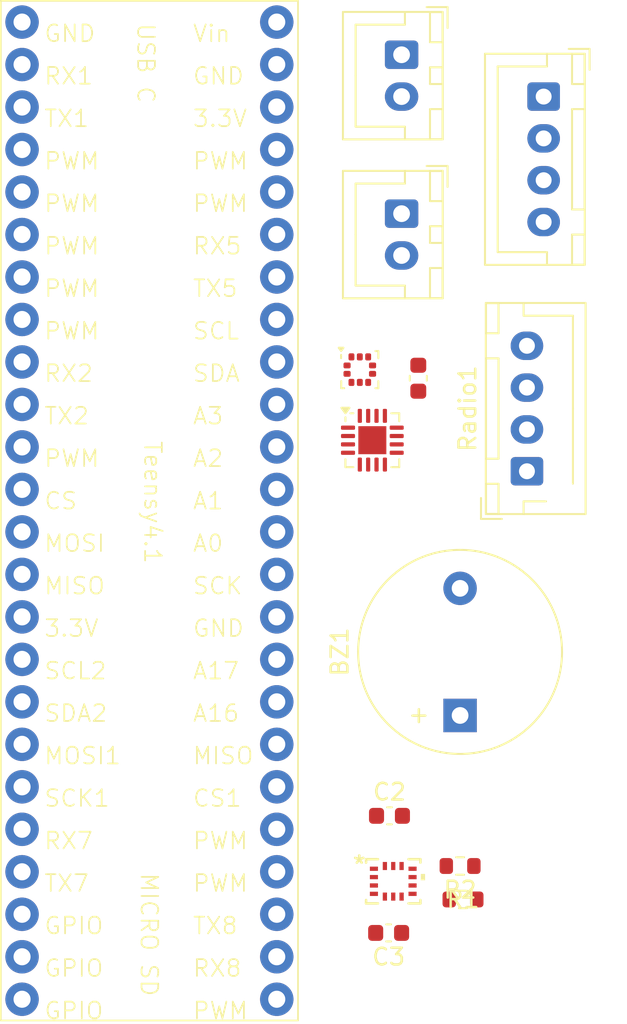
<source format=kicad_pcb>
(kicad_pcb (version 20241229) (generator "pcbnew") (generator_version "9.0")
  (layers (0 "F.Cu" signal) (2 "B.Cu" signal) (13 "F.Paste" user) (15 "B.Paste" user) (5 "F.SilkS" user "F.Silkscreen") (7 "B.SilkS" user "B.Silkscreen") (1 "F.Mask" user) (3 "B.Mask" user) (25 "Edge.Cuts" user))
  (net 0 "")
  (net 1 "GND")
  (net 2 "Net-(BZ1-+)")
  (net 3 "+3.3V")
  (net 4 "Net-(J1-Pin_2)")
  (net 5 "+5V")
  (net 6 "/TX")
  (net 7 "/RX")
  (net 26 "/A1")
  (net 30 "/A0")
  (footprint "Connector_JST:JST_XH_B4B-XH-AM_1x04_P2.50mm_Vertical" (layer "F.Cu") (at 121.5 87.4 90)
    (property "Reference" "Radio1" (at 3.75 -3.55 90) (layer "F.SilkS"))
    (property "Value" "Conn_01x04")
    (fp_line (start -1.6 -2.75) (end -2.85 -2.75) (stroke (width 0.12)) (layer "F.SilkS"))
    (fp_line (start -2.85 -2.75) (end -2.85 -1.5) (stroke (width 0.12)) (layer "F.SilkS"))
    (fp_line (start 10.06 -2.46) (end -2.56 -2.46) (stroke (width 0.12)) (layer "F.SilkS"))
    (fp_line (start -2.56 -2.46) (end -2.56 3.51) (stroke (width 0.12)) (layer "F.SilkS"))
    (fp_line (start 10.05 -2.45) (end 8.25 -2.45) (stroke (width 0.12)) (layer "F.SilkS"))
    (fp_line (start 8.25 -2.45) (end 8.25 -1.7) (stroke (width 0.12)) (layer "F.SilkS"))
    (fp_line (start 6.75 -2.45) (end 0.75 -2.45) (stroke (width 0.12)) (layer "F.SilkS"))
    (fp_line (start 0.75 -2.45) (end 0.75 -1.7) (stroke (width 0.12)) (layer "F.SilkS"))
    (fp_line (start -0.75 -2.45) (end -2.55 -2.45) (stroke (width 0.12)) (layer "F.SilkS"))
    (fp_line (start -2.55 -2.45) (end -2.55 -1.7) (stroke (width 0.12)) (layer "F.SilkS"))
    (fp_line (start 10.05 -1.7) (end 10.05 -2.45) (stroke (width 0.12)) (layer "F.SilkS"))
    (fp_line (start 8.25 -1.7) (end 10.05 -1.7) (stroke (width 0.12)) (layer "F.SilkS"))
    (fp_line (start 6.75 -1.7) (end 6.75 -2.45) (stroke (width 0.12)) (layer "F.SilkS"))
    (fp_line (start 0.75 -1.7) (end 6.75 -1.7) (stroke (width 0.12)) (layer "F.SilkS"))
    (fp_line (start -0.75 -1.7) (end -0.75 -2.45) (stroke (width 0.12)) (layer "F.SilkS"))
    (fp_line (start -2.55 -1.7) (end -0.75 -1.7) (stroke (width 0.12)) (layer "F.SilkS"))
    (fp_line (start 10.05 -0.2) (end 9.3 -0.2) (stroke (width 0.12)) (layer "F.SilkS"))
    (fp_line (start 9.3 -0.2) (end 9.3 2.75) (stroke (width 0.12)) (layer "F.SilkS"))
    (fp_line (start -1.8 -0.2) (end -1.8 1.14) (stroke (width 0.12)) (layer "F.SilkS"))
    (fp_line (start -2.55 -0.2) (end -1.8 -0.2) (stroke (width 0.12)) (layer "F.SilkS"))
    (fp_line (start 9.3 2.75) (end 3.75 2.75) (stroke (width 0.12)) (layer "F.SilkS"))
    (fp_line (start 3.75 2.75) (end -0.74 2.75) (stroke (width 0.12)) (layer "F.SilkS"))
    (fp_line (start 10.06 3.51) (end 10.06 -2.46) (stroke (width 0.12)) (layer "F.SilkS"))
    (fp_line (start -2.56 3.51) (end 10.06 3.51) (stroke (width 0.12)) (layer "F.SilkS"))
    (pad "" np_thru_hole circle (at -1.6 2 90) (size 1.2 1.2) (drill 1.2) (layers "*.Cu" "*.Mask"))
    (pad "1" thru_hole roundrect (at 0 0 90) (size 1.7 1.95) (drill 0.95) (layers "*.Cu" "*.Mask") (roundrect_rratio 0.147059) (net 3 "+3.3V"))
    (pad "2" thru_hole oval (at 2.5 0 90) (size 1.7 1.95) (drill 0.95) (layers "*.Cu" "*.Mask") (net 7 "/RX"))
    (pad "3" thru_hole oval (at 5 0 90) (size 1.7 1.95) (drill 0.95) (layers "*.Cu" "*.Mask") (net 6 "/TX"))
    (pad "4" thru_hole oval (at 7.5 0 90) (size 1.7 1.95) (drill 0.95) (layers "*.Cu" "*.Mask") (net 1 "GND"))
  )
  (footprint "Capacitor_SMD:C_0603_1608Metric" (layer "F.Cu") (at 113.225 115 180)
    (property "Reference" "C3" (at 0 -1.43 0) (layer "F.SilkS"))
    (property "Value" "100 nF")
    (fp_line (start -0.14058 0.51) (end 0.14058 0.51) (stroke (width 0.12)) (layer "F.SilkS"))
    (fp_line (start -0.14058 -0.51) (end 0.14058 -0.51) (stroke (width 0.12)) (layer "F.SilkS"))
    (pad "1" smd roundrect (at -0.775 0 180) (size 0.9 0.95) (layers "F.Cu" "F.Mask" "F.Paste") (net 1 "GND"))
    (pad "2" smd roundrect (at 0.775 0 180) (size 0.9 0.95) (layers "F.Cu" "F.Mask" "F.Paste") (net 3 "+3.3V"))
  )
  (footprint "Capacitor_SMD:C_0603_1608Metric" (layer "F.Cu") (at 115 81.8375 90)
    (property "Reference" "C1" (hide yes))
    (property "Value" "100 nF" (hide yes))
    (fp_line (start -0.14058 -0.51) (end 0.14058 -0.51) (stroke (width 0.12)) (layer "F.SilkS"))
    (fp_line (start -0.14058 0.51) (end 0.14058 0.51) (stroke (width 0.12)) (layer "F.SilkS"))
    (pad "1" smd roundrect (at -0.775 0 90) (size 0.9 0.95) (layers "F.Cu" "F.Mask" "F.Paste") (net 1 "GND"))
    (pad "2" smd roundrect (at 0.775 0 90) (size 0.9 0.95) (layers "F.Cu" "F.Mask" "F.Paste") (net 3 "+3.3V"))
  )
  (footprint "Resistor_SMD:R_0603_1608Metric" (layer "F.Cu") (at 117.5 111 180)
    (property "Reference" "R2" (at 0 -1.43 0) (layer "F.SilkS"))
    (property "Value" "100kOhms")
    (fp_line (start -0.237258 0.5225) (end 0.237258 0.5225) (stroke (width 0.12)) (layer "F.SilkS"))
    (fp_line (start -0.237258 -0.5225) (end 0.237258 -0.5225) (stroke (width 0.12)) (layer "F.SilkS"))
    (pad "1" smd roundrect (at -0.825 0 180) (size 0.8 0.95) (layers "F.Cu" "F.Mask" "F.Paste") (net 3 "+3.3V"))
    (pad "2" smd roundrect (at 0.825 0 180) (size 0.8 0.95) (layers "F.Cu" "F.Mask" "F.Paste") (net 1 "GND"))
  )
  (footprint "Capacitor_SMD:C_0603_1608Metric" (layer "F.Cu") (at 113.275 108)
    (property "Reference" "C2" (at 0 -1.43 0) (layer "F.SilkS"))
    (property "Value" "100 nF")
    (fp_line (start -0.14058 -0.51) (end 0.14058 -0.51) (stroke (width 0.12)) (layer "F.SilkS"))
    (fp_line (start -0.14058 0.51) (end 0.14058 0.51) (stroke (width 0.12)) (layer "F.SilkS"))
    (pad "1" smd roundrect (at -0.775 0) (size 0.9 0.95) (layers "F.Cu" "F.Mask" "F.Paste") (net 1 "GND"))
    (pad "2" smd roundrect (at 0.775 0) (size 0.9 0.95) (layers "F.Cu" "F.Mask" "F.Paste") (net 3 "+3.3V"))
  )
  (footprint "Connector_JST:JST_XH_B4B-XH-A_1x04_P2.50mm_Vertical" (layer "F.Cu") (at 122.5 65 -90)
    (property "Reference" "GPS1" (hide yes))
    (property "Value" "Conn_01x04" (hide yes))
    (fp_line (start -2.56 3.51) (end 10.06 3.51) (stroke (width 0.12)) (layer "F.SilkS"))
    (fp_line (start 10.06 3.51) (end 10.06 -2.46) (stroke (width 0.12)) (layer "F.SilkS"))
    (fp_line (start -1.8 2.75) (end 3.75 2.75) (stroke (width 0.12)) (layer "F.SilkS"))
    (fp_line (start 9.3 2.75) (end 3.75 2.75) (stroke (width 0.12)) (layer "F.SilkS"))
    (fp_line (start -2.55 -0.2) (end -1.8 -0.2) (stroke (width 0.12)) (layer "F.SilkS"))
    (fp_line (start -1.8 -0.2) (end -1.8 2.75) (stroke (width 0.12)) (layer "F.SilkS"))
    (fp_line (start 9.3 -0.2) (end 9.3 2.75) (stroke (width 0.12)) (layer "F.SilkS"))
    (fp_line (start 10.05 -0.2) (end 9.3 -0.2) (stroke (width 0.12)) (layer "F.SilkS"))
    (fp_line (start -2.55 -1.7) (end -0.75 -1.7) (stroke (width 0.12)) (layer "F.SilkS"))
    (fp_line (start -0.75 -1.7) (end -0.75 -2.45) (stroke (width 0.12)) (layer "F.SilkS"))
    (fp_line (start 0.75 -1.7) (end 6.75 -1.7) (stroke (width 0.12)) (layer "F.SilkS"))
    (fp_line (start 6.75 -1.7) (end 6.75 -2.45) (stroke (width 0.12)) (layer "F.SilkS"))
    (fp_line (start 8.25 -1.7) (end 10.05 -1.7) (stroke (width 0.12)) (layer "F.SilkS"))
    (fp_line (start 10.05 -1.7) (end 10.05 -2.45) (stroke (width 0.12)) (layer "F.SilkS"))
    (fp_line (start -2.55 -2.45) (end -2.55 -1.7) (stroke (width 0.12)) (layer "F.SilkS"))
    (fp_line (start -0.75 -2.45) (end -2.55 -2.45) (stroke (width 0.12)) (layer "F.SilkS"))
    (fp_line (start 0.75 -2.45) (end 0.75 -1.7) (stroke (width 0.12)) (layer "F.SilkS"))
    (fp_line (start 6.75 -2.45) (end 0.75 -2.45) (stroke (width 0.12)) (layer "F.SilkS"))
    (fp_line (start 8.25 -2.45) (end 8.25 -1.7) (stroke (width 0.12)) (layer "F.SilkS"))
    (fp_line (start 10.05 -2.45) (end 8.25 -2.45) (stroke (width 0.12)) (layer "F.SilkS"))
    (fp_line (start -2.56 -2.46) (end -2.56 3.51) (stroke (width 0.12)) (layer "F.SilkS"))
    (fp_line (start 10.06 -2.46) (end -2.56 -2.46) (stroke (width 0.12)) (layer "F.SilkS"))
    (fp_line (start -2.85 -2.75) (end -2.85 -1.5) (stroke (width 0.12)) (layer "F.SilkS"))
    (fp_line (start -1.6 -2.75) (end -2.85 -2.75) (stroke (width 0.12)) (layer "F.SilkS"))
    (pad "1" thru_hole roundrect (at 0 0 270) (size 1.7 1.95) (drill 0.95) (layers "*.Cu" "*.Mask") (roundrect_rratio 0.147059) (net 3 "+3.3V"))
    (pad "2" thru_hole oval (at 2.5 0 270) (size 1.7 1.95) (drill 0.95) (layers "*.Cu" "*.Mask") (net 1 "GND"))
    (pad "3" thru_hole oval (at 5 0 270) (size 1.7 1.95) (drill 0.95) (layers "*.Cu" "*.Mask") (net 1 "GND"))
    (pad "4" thru_hole oval (at 7.5 0 270) (size 1.7 1.95) (drill 0.95) (layers "*.Cu" "*.Mask") (net 1 "GND"))
  )
  (footprint "Connector_JST:JST_XH_B2B-XH-A_1x02_P2.50mm_Vertical" (layer "F.Cu") (at 114 72 -90)
    (property "Reference" "J2" (hide yes))
    (property "Value" "batt")
    (fp_line (start -2.56 3.51) (end 5.06 3.51) (stroke (width 0.12)) (layer "F.SilkS"))
    (fp_line (start 5.06 3.51) (end 5.06 -2.46) (stroke (width 0.12)) (layer "F.SilkS"))
    (fp_line (start -1.8 2.75) (end 1.25 2.75) (stroke (width 0.12)) (layer "F.SilkS"))
    (fp_line (start 4.3 2.75) (end 1.25 2.75) (stroke (width 0.12)) (layer "F.SilkS"))
    (fp_line (start -2.55 -0.2) (end -1.8 -0.2) (stroke (width 0.12)) (layer "F.SilkS"))
    (fp_line (start -1.8 -0.2) (end -1.8 2.75) (stroke (width 0.12)) (layer "F.SilkS"))
    (fp_line (start 4.3 -0.2) (end 4.3 2.75) (stroke (width 0.12)) (layer "F.SilkS"))
    (fp_line (start 5.05 -0.2) (end 4.3 -0.2) (stroke (width 0.12)) (layer "F.SilkS"))
    (fp_line (start -2.55 -1.7) (end -0.75 -1.7) (stroke (width 0.12)) (layer "F.SilkS"))
    (fp_line (start -0.75 -1.7) (end -0.75 -2.45) (stroke (width 0.12)) (layer "F.SilkS"))
    (fp_line (start 0.75 -1.7) (end 1.75 -1.7) (stroke (width 0.12)) (layer "F.SilkS"))
    (fp_line (start 1.75 -1.7) (end 1.75 -2.45) (stroke (width 0.12)) (layer "F.SilkS"))
    (fp_line (start 3.25 -1.7) (end 5.05 -1.7) (stroke (width 0.12)) (layer "F.SilkS"))
    (fp_line (start 5.05 -1.7) (end 5.05 -2.45) (stroke (width 0.12)) (layer "F.SilkS"))
    (fp_line (start -2.55 -2.45) (end -2.55 -1.7) (stroke (width 0.12)) (layer "F.SilkS"))
    (fp_line (start -0.75 -2.45) (end -2.55 -2.45) (stroke (width 0.12)) (layer "F.SilkS"))
    (fp_line (start 0.75 -2.45) (end 0.75 -1.7) (stroke (width 0.12)) (layer "F.SilkS"))
    (fp_line (start 1.75 -2.45) (end 0.75 -2.45) (stroke (width 0.12)) (layer "F.SilkS"))
    (fp_line (start 3.25 -2.45) (end 3.25 -1.7) (stroke (width 0.12)) (layer "F.SilkS"))
    (fp_line (start 5.05 -2.45) (end 3.25 -2.45) (stroke (width 0.12)) (layer "F.SilkS"))
    (fp_line (start -2.56 -2.46) (end -2.56 3.51) (stroke (width 0.12)) (layer "F.SilkS"))
    (fp_line (start 5.06 -2.46) (end -2.56 -2.46) (stroke (width 0.12)) (layer "F.SilkS"))
    (fp_line (start -2.85 -2.75) (end -2.85 -1.5) (stroke (width 0.12)) (layer "F.SilkS"))
    (fp_line (start -1.6 -2.75) (end -2.85 -2.75) (stroke (width 0.12)) (layer "F.SilkS"))
    (pad "1" thru_hole roundrect (at 0 0 270) (size 1.7 2) (drill 1) (layers "*.Cu" "*.Mask") (roundrect_rratio 0.147059) (net 4 "Net-(J1-Pin_2)"))
    (pad "2" thru_hole oval (at 2.5 0 270) (size 1.7 2) (drill 1) (layers "*.Cu" "*.Mask") (net 1 "GND"))
  )
  (footprint "footprint:teensy" (layer "F.Cu") (at 98.9112 89.756)
    (property "Reference" "Teensy4.1" (at 0.2 -0.5 270) (layer "F.SilkS") (effects (font (thickness 0.1))))
    (property "Value" "~")
    (fp_line (start -8.89 -1.27) (end -8.89 -30.48) (stroke (width 0.1)) (layer "F.SilkS"))
    (fp_line (start -8.89 -1.27) (end -8.89 0) (stroke (width 0.1)) (layer "F.SilkS"))
    (fp_line (start -8.89 0) (end -8.89 30.48) (stroke (width 0.1)) (layer "F.SilkS"))
    (fp_line (start -8.89 30.48) (end 8.89 30.48) (stroke (width 0.1)) (layer "F.SilkS"))
    (fp_line (start 8.89 -30.48) (end -8.89 -30.48) (stroke (width 0.1)) (layer "F.SilkS"))
    (fp_line (start 8.89 -30.48) (end 8.89 -2.54) (stroke (width 0.1)) (layer "F.SilkS"))
    (fp_line (start 8.89 30.48) (end 8.89 -2.54) (stroke (width 0.1)) (layer "F.SilkS"))
    (fp_text user "MISO" (at -6.35 5.08 0) (layer "F.SilkS") (effects (font (thickness 0.1)) (justify left bottom)))
    (fp_text user "SCK" (at 2.54 5.08 0) (layer "F.SilkS") (effects (font (thickness 0.1)) (justify left bottom)))
    (fp_text user "A0" (at 2.54 2.54 0) (layer "F.SilkS") (effects (font (thickness 0.1)) (justify left bottom)))
    (fp_text user "A2" (at 2.54 -2.54 0) (layer "F.SilkS") (effects (font (thickness 0.1)) (justify left bottom)))
    (fp_text user "MOSI1" (at -6.35 15.24 0) (layer "F.SilkS") (effects (font (thickness 0.1)) (justify left bottom)))
    (fp_text user "Vin" (at 2.54 -27.94 0) (layer "F.SilkS") (effects (font (thickness 0.1)) (justify left bottom)))
    (fp_text user "A16" (at 2.54 12.7 0) (layer "F.SilkS") (effects (font (thickness 0.1)) (justify left bottom)))
    (fp_text user "3.3V" (at -6.35 7.62 0) (layer "F.SilkS") (effects (font (thickness 0.1)) (justify left bottom)))
    (fp_text user "TX2" (at -6.35 -5.08 0) (layer "F.SilkS") (effects (font (thickness 0.1)) (justify left bottom)))
    (fp_text user "TX8" (at 2.54 25.4 0) (layer "F.SilkS") (effects (font (thickness 0.1)) (justify left bottom)))
    (fp_text user "RX8" (at 2.54 27.94 0) (layer "F.SilkS") (effects (font (thickness 0.1)) (justify left bottom)))
    (fp_text user "PWM" (at -6.35 -17.78 0) (layer "F.SilkS") (effects (font (thickness 0.1)) (justify left bottom)))
    (fp_text user "PWM" (at -6.35 -15.24 0) (layer "F.SilkS") (effects (font (thickness 0.1)) (justify left bottom)))
    (fp_text user "SCL" (at 2.54 -10.16 0) (layer "F.SilkS") (effects (font (thickness 0.1)) (justify left bottom)))
    (fp_text user "MOSI" (at -6.35 2.54 0) (layer "F.SilkS") (effects (font (thickness 0.1)) (justify left bottom)))
    (fp_text user "A1" (at 2.54 0 0) (layer "F.SilkS") (effects (font (thickness 0.1)) (justify left bottom)))
    (fp_text user "SDA" (at 2.54 -7.62 0) (layer "F.SilkS") (effects (font (thickness 0.1)) (justify left bottom)))
    (fp_text user "USB C" (at -0.8 -29.2 270) (layer "F.SilkS") (effects (font (thickness 0.1)) (justify left bottom)))
    (fp_text user "GND" (at 2.54 -25.4 0) (layer "F.SilkS") (effects (font (thickness 0.1)) (justify left bottom)))
    (fp_text user "RX2" (at -6.35 -7.62 0) (layer "F.SilkS") (effects (font (thickness 0.1)) (justify left bottom)))
    (fp_text user "A3" (at 2.54 -5.08 0) (layer "F.SilkS") (effects (font (thickness 0.1)) (justify left bottom)))
    (fp_text user "GPIO" (at -6.35 27.94 0) (layer "F.SilkS") (effects (font (thickness 0.1)) (justify left bottom)))
    (fp_text user "TX5" (at 2.54 -12.7 0) (layer "F.SilkS") (effects (font (thickness 0.1)) (justify left bottom)))
    (fp_text user "GPIO" (at -6.35 30.48 0) (layer "F.SilkS") (effects (font (thickness 0.1)) (justify left bottom)))
    (fp_text user "PWM" (at 2.54 -17.78 0) (layer "F.SilkS") (effects (font (thickness 0.1)) (justify left bottom)))
    (fp_text user "PWM" (at 2.54 20.32 0) (layer "F.SilkS") (effects (font (thickness 0.1)) (justify left bottom)))
    (fp_text user "PWM" (at -6.35 -2.54 0) (layer "F.SilkS") (effects (font (thickness 0.1)) (justify left bottom)))
    (fp_text user "A17" (at 2.54 10.16 0) (layer "F.SilkS") (effects (font (thickness 0.1)) (justify left bottom)))
    (fp_text user "3.3V" (at 2.54 -22.86 0) (layer "F.SilkS") (effects (font (thickness 0.1)) (justify left bottom)))
    (fp_text user "PWM" (at -6.35 -10.16 0) (layer "F.SilkS") (effects (font (thickness 0.1)) (justify left bottom)))
    (fp_text user "GND" (at 2.54 7.62 0) (layer "F.SilkS") (effects (font (thickness 0.1)) (justify left bottom)))
    (fp_text user "PWM" (at 2.54 22.86 0) (layer "F.SilkS") (effects (font (thickness 0.1)) (justify left bottom)))
    (fp_text user "RX1" (at -6.35 -25.4 0) (layer "F.SilkS") (effects (font (thickness 0.1)) (justify left bottom)))
    (fp_text user "PWM" (at 2.54 30.48 0) (layer "F.SilkS") (effects (font (thickness 0.1)) (justify left bottom)))
    (fp_text user "PWM" (at -6.35 -20.32 0) (layer "F.SilkS") (effects (font (thickness 0.1)) (justify left bottom)))
    (fp_text user "PWM" (at 2.54 -20.32 0) (layer "F.SilkS") (effects (font (thickness 0.1)) (justify left bottom)))
    (fp_text user "RX7" (at -6.35 20.32 0) (layer "F.SilkS") (effects (font (thickness 0.1)) (justify left bottom)))
    (fp_text user "SCL2" (at -6.35 10.16 0) (layer "F.SilkS") (effects (font (thickness 0.1)) (justify left bottom)))
    (fp_text user "CS1" (at 2.54 17.78 0) (layer "F.SilkS") (effects (font (thickness 0.1)) (justify left bottom)))
    (fp_text user "PWM" (at -6.35 -12.7 0) (layer "F.SilkS") (effects (font (thickness 0.1)) (justify left bottom)))
    (fp_text user "GND" (at -6.35 -27.94 0) (layer "F.SilkS") (effects (font (thickness 0.1)) (justify left bottom)))
    (fp_text user "CS" (at -6.35 0 0) (layer "F.SilkS") (effects (font (thickness 0.1)) (justify left bottom)))
    (fp_text user "MICRO SD" (at -0.6 21.59 270) (layer "F.SilkS") (effects (font (thickness 0.1)) (justify left bottom)))
    (fp_text user "GPIO" (at -6.35 25.4 0) (layer "F.SilkS") (effects (font (thickness 0.1)) (justify left bottom)))
    (fp_text user "SDA2" (at -6.35 12.7 0) (layer "F.SilkS") (effects (font (thickness 0.1)) (justify left bottom)))
    (fp_text user "SCK1" (at -6.35 17.78 0) (layer "F.SilkS") (effects (font (thickness 0.1)) (justify left bottom)))
    (fp_text user "TX1" (at -6.35 -22.86 0) (layer "F.SilkS") (effects (font (thickness 0.1)) (justify left bottom)))
    (fp_text user "RX5" (at 2.54 -15.24 0) (layer "F.SilkS") (effects (font (thickness 0.1)) (justify left bottom)))
    (fp_text user "TX7" (at -6.35 22.86 0) (layer "F.SilkS") (effects (font (thickness 0.1)) (justify left bottom)))
    (fp_text user "MISO" (at 2.54 15.24 0) (layer "F.SilkS") (effects (font (thickness 0.1)) (justify left bottom)))
    (pad "0" thru_hole circle (at -7.62 -26.67) (size 2 2) (drill 1.02) (layers "*.Cu" "*.Mask") (net 7 "/RX"))
    (pad "1" thru_hole circle (at -7.62 -24.13) (size 2 2) (drill 1.02) (layers "*.Cu" "*.Mask") (net 6 "/TX"))
    (pad "2" thru_hole circle (at -7.62 -21.59) (size 2 2) (drill 1.02) (layers "*.Cu" "*.Mask"))
    (pad "3" thru_hole circle (at -7.62 -19.05) (size 2 2) (drill 1.02) (layers "*.Cu" "*.Mask"))
    (pad "3V" thru_hole circle (at -7.62 6.35) (size 2 2) (drill 1.02) (layers "*.Cu" "*.Mask") (net 3 "+3.3V"))
    (pad "3V1" thru_hole circle (at 7.62 -24.13) (size 2 2) (drill 1.02) (layers "*.Cu" "*.Mask") (net 3 "+3.3V"))
    (pad "4" thru_hole circle (at -7.62 -16.51) (size 2 2) (drill 1.02) (layers "*.Cu" "*.Mask"))
    (pad "5" thru_hole circle (at -7.62 -13.97) (size 2 2) (drill 1.02) (layers "*.Cu" "*.Mask"))
    (pad "5V" thru_hole circle (at 7.62 -29.21) (size 2 2) (drill 1.02) (layers "*.Cu" "*.Mask") (net 5 "+5V"))
    (pad "6" thru_hole circle (at -7.62 -11.43) (size 2 2) (drill 1.02) (layers "*.Cu" "*.Mask"))
    (pad "7" thru_hole circle (at -7.62 -8.89) (size 2 2) (drill 1.02) (layers "*.Cu" "*.Mask"))
    (pad "8" thru_hole circle (at -7.62 -6.35) (size 2 2) (drill 1.02) (layers "*.Cu" "*.Mask"))
    (pad "9" thru_hole circle (at -7.62 -3.81) (size 2 2) (drill 1.02) (layers "*.Cu" "*.Mask"))
    (pad "10" thru_hole circle (at -7.62 -1.27) (size 2 2) (drill 1.02) (layers "*.Cu" "*.Mask") (net 1 "GND"))
    (pad "11" thru_hole circle (at -7.62 1.27) (size 2 2) (drill 1.02) (layers "*.Cu" "*.Mask"))
    (pad "12" thru_hole circle (at -7.62 3.81) (size 2 2) (drill 1.02) (layers "*.Cu" "*.Mask"))
    (pad "13" thru_hole circle (at 7.62 3.81) (size 2 2) (drill 1.02) (layers "*.Cu" "*.Mask"))
    (pad "14" thru_hole circle (at 7.62 1.27) (size 2 2) (drill 1.02) (layers "*.Cu" "*.Mask") (net 30 "/A0"))
    (pad "15" thru_hole circle (at 7.62 -1.27) (size 2 2) (drill 1.02) (layers "*.Cu" "*.Mask") (net 26 "/A1"))
    (pad "16" thru_hole circle (at 7.62 -3.81) (size 2 2) (drill 1.02) (layers "*.Cu" "*.Mask"))
    (pad "17" thru_hole circle (at 7.62 -6.35) (size 2 2) (drill 1.02) (layers "*.Cu" "*.Mask"))
    (pad "18" thru_hole circle (at 7.62 -8.89) (size 2 2) (drill 1.02) (layers "*.Cu" "*.Mask") (net 1 "GND"))
    (pad "19" thru_hole circle (at 7.62 -11.43) (size 2 2) (drill 1.02) (layers "*.Cu" "*.Mask") (net 1 "GND"))
    (pad "20" thru_hole circle (at 7.62 -13.97) (size 2 2) (drill 1.02) (layers "*.Cu" "*.Mask"))
    (pad "21" thru_hole circle (at 7.62 -16.51) (size 2 2) (drill 1.02) (layers "*.Cu" "*.Mask"))
    (pad "22" thru_hole circle (at 7.62 -19.05) (size 2 2) (drill 1.02) (layers "*.Cu" "*.Mask"))
    (pad "23" thru_hole circle (at 7.62 -21.59) (size 2 2) (drill 1.02) (layers "*.Cu" "*.Mask"))
    (pad "24" thru_hole circle (at -7.62 8.89) (size 2 2) (drill 1.02) (layers "*.Cu" "*.Mask"))
    (pad "25" thru_hole circle (at -7.62 11.43) (size 2 2) (drill 1.02) (layers "*.Cu" "*.Mask"))
    (pad "26" thru_hole circle (at -7.62 13.97) (size 2 2) (drill 1.02) (layers "*.Cu" "*.Mask"))
    (pad "27" thru_hole circle (at -7.62 16.51) (size 2 2) (drill 1.02) (layers "*.Cu" "*.Mask"))
    (pad "28" thru_hole circle (at -7.62 19.05) (size 2 2) (drill 1.02) (layers "*.Cu" "*.Mask"))
    (pad "29" thru_hole circle (at -7.62 21.59) (size 2 2) (drill 1.02) (layers "*.Cu" "*.Mask"))
    (pad "30" thru_hole circle (at -7.62 24.13) (size 2 2) (drill 1.02) (layers "*.Cu" "*.Mask") (net 2 "Net-(BZ1-+)"))
    (pad "31" thru_hole circle (at -7.62 26.67) (size 2 2) (drill 1.02) (layers "*.Cu" "*.Mask"))
    (pad "32" thru_hole circle (at -7.62 29.21) (size 2 2) (drill 1.02) (layers "*.Cu" "*.Mask"))
    (pad "33" thru_hole circle (at 7.62 29.21) (size 2 2) (drill 1.02) (layers "*.Cu" "*.Mask"))
    (pad "34" thru_hole circle (at 7.62 26.67) (size 2 2) (drill 1.02) (layers "*.Cu" "*.Mask"))
    (pad "35" thru_hole circle (at 7.62 24.13) (size 2 2) (drill 1.02) (layers "*.Cu" "*.Mask"))
    (pad "36" thru_hole circle (at 7.62 21.59) (size 2 2) (drill 1.02) (layers "*.Cu" "*.Mask"))
    (pad "37" thru_hole circle (at 7.62 19.05) (size 2 2) (drill 1.02) (layers "*.Cu" "*.Mask"))
    (pad "38" thru_hole circle (at 7.62 16.51) (size 2 2) (drill 1.02) (layers "*.Cu" "*.Mask"))
    (pad "39" thru_hole circle (at 7.62 13.97) (size 2 2) (drill 1.02) (layers "*.Cu" "*.Mask"))
    (pad "40" thru_hole circle (at 7.62 11.43) (size 2 2) (drill 1.02) (layers "*.Cu" "*.Mask"))
    (pad "41" thru_hole circle (at 7.62 8.89) (size 2 2) (drill 1.02) (layers "*.Cu" "*.Mask"))
    (pad "G" thru_hole circle (at -7.62 -29.21) (size 2 2) (drill 1.02) (layers "*.Cu" "*.Mask") (net 1 "GND"))
    (pad "G1" thru_hole circle (at 7.62 -26.67) (size 2 2) (drill 1.02) (layers "*.Cu" "*.Mask") (net 1 "GND"))
    (pad "G2" thru_hole circle (at 7.62 6.35) (size 2 2) (drill 1.02) (layers "*.Cu" "*.Mask") (net 1 "GND"))
  )
  (footprint "Package_LGA:ST_HLGA-10_2x2mm_P0.5mm_LayoutBorder3x2y" (layer "F.Cu") (at 111.5 81.325)
    (property "Reference" "U1(Barometer)1" (hide yes))
    (property "Value" "LPS22HH" (hide yes))
    (fp_line (start -1.12 -0.685) (end -1.12 -0.88) (stroke (width 0.12)) (layer "F.SilkS"))
    (fp_line (start -1.11 1.11) (end -1.11 0.685) (stroke (width 0.12)) (layer "F.SilkS"))
    (fp_line (start -0.935 1.11) (end -1.11 1.11) (stroke (width 0.12)) (layer "F.SilkS"))
    (fp_line (start 0.935 -1.11) (end 1.11 -1.11) (stroke (width 0.12)) (layer "F.SilkS"))
    (fp_line (start 0.935 1.11) (end 1.11 1.11) (stroke (width 0.12)) (layer "F.SilkS"))
    (fp_line (start 1.11 -1.11) (end 1.11 -0.685) (stroke (width 0.12)) (layer "F.SilkS"))
    (fp_line (start 1.11 1.11) (end 1.11 0.685) (stroke (width 0.12)) (layer "F.SilkS"))
    (fp_poly (pts (xy -1.12 -1.12) (xy -1.26 -1.31) (xy -0.98 -1.31)) (stroke (width 0.12)) (fill yes) (layer "F.SilkS"))
    (pad "1" smd roundrect (at -0.7625 -0.25) (size 0.425 0.35) (layers "F.Cu" "F.Mask" "F.Paste") (net 3 "+3.3V"))
    (pad "2" smd roundrect (at -0.7625 0.25) (size 0.425 0.35) (layers "F.Cu" "F.Mask" "F.Paste") (net 1 "GND"))
    (pad "3" smd roundrect (at -0.5 0.7625) (size 0.35 0.425) (layers "F.Cu" "F.Mask" "F.Paste") (net 1 "GND"))
    (pad "4" smd roundrect (at 0 0.7625) (size 0.35 0.425) (layers "F.Cu" "F.Mask" "F.Paste") (net 1 "GND"))
    (pad "5" smd roundrect (at 0.5 0.7625) (size 0.35 0.425) (layers "F.Cu" "F.Mask" "F.Paste") (net 30 "/A0"))
    (pad "6" smd roundrect (at 0.7625 0.25) (size 0.425 0.35) (layers "F.Cu" "F.Mask" "F.Paste") (net 1 "GND"))
    (pad "7" smd roundrect (at 0.7625 -0.25) (size 0.425 0.35) (layers "F.Cu" "F.Mask" "F.Paste"))
    (pad "8" smd roundrect (at 0.5 -0.7625) (size 0.35 0.425) (layers "F.Cu" "F.Mask" "F.Paste") (net 1 "GND"))
    (pad "9" smd roundrect (at 0 -0.7625) (size 0.35 0.425) (layers "F.Cu" "F.Mask" "F.Paste") (net 1 "GND"))
    (pad "10" smd roundrect (at -0.5 -0.7625) (size 0.35 0.425) (layers "F.Cu" "F.Mask" "F.Paste") (net 3 "+3.3V"))
  )
  (footprint "Connector_JST:JST_XH_B2B-XH-A_1x02_P2.50mm_Vertical" (layer "F.Cu") (at 114 62.5 -90)
    (property "Reference" "J1" (hide yes))
    (property "Value" "switch")
    (fp_line (start -2.56 3.51) (end 5.06 3.51) (stroke (width 0.12)) (layer "F.SilkS"))
    (fp_line (start 5.06 3.51) (end 5.06 -2.46) (stroke (width 0.12)) (layer "F.SilkS"))
    (fp_line (start -1.8 2.75) (end 1.25 2.75) (stroke (width 0.12)) (layer "F.SilkS"))
    (fp_line (start 4.3 2.75) (end 1.25 2.75) (stroke (width 0.12)) (layer "F.SilkS"))
    (fp_line (start -2.55 -0.2) (end -1.8 -0.2) (stroke (width 0.12)) (layer "F.SilkS"))
    (fp_line (start -1.8 -0.2) (end -1.8 2.75) (stroke (width 0.12)) (layer "F.SilkS"))
    (fp_line (start 4.3 -0.2) (end 4.3 2.75) (stroke (width 0.12)) (layer "F.SilkS"))
    (fp_line (start 5.05 -0.2) (end 4.3 -0.2) (stroke (width 0.12)) (layer "F.SilkS"))
    (fp_line (start -2.55 -1.7) (end -0.75 -1.7) (stroke (width 0.12)) (layer "F.SilkS"))
    (fp_line (start -0.75 -1.7) (end -0.75 -2.45) (stroke (width 0.12)) (layer "F.SilkS"))
    (fp_line (start 0.75 -1.7) (end 1.75 -1.7) (stroke (width 0.12)) (layer "F.SilkS"))
    (fp_line (start 1.75 -1.7) (end 1.75 -2.45) (stroke (width 0.12)) (layer "F.SilkS"))
    (fp_line (start 3.25 -1.7) (end 5.05 -1.7) (stroke (width 0.12)) (layer "F.SilkS"))
    (fp_line (start 5.05 -1.7) (end 5.05 -2.45) (stroke (width 0.12)) (layer "F.SilkS"))
    (fp_line (start -2.55 -2.45) (end -2.55 -1.7) (stroke (width 0.12)) (layer "F.SilkS"))
    (fp_line (start -0.75 -2.45) (end -2.55 -2.45) (stroke (width 0.12)) (layer "F.SilkS"))
    (fp_line (start 0.75 -2.45) (end 0.75 -1.7) (stroke (width 0.12)) (layer "F.SilkS"))
    (fp_line (start 1.75 -2.45) (end 0.75 -2.45) (stroke (width 0.12)) (layer "F.SilkS"))
    (fp_line (start 3.25 -2.45) (end 3.25 -1.7) (stroke (width 0.12)) (layer "F.SilkS"))
    (fp_line (start 5.05 -2.45) (end 3.25 -2.45) (stroke (width 0.12)) (layer "F.SilkS"))
    (fp_line (start -2.56 -2.46) (end -2.56 3.51) (stroke (width 0.12)) (layer "F.SilkS"))
    (fp_line (start 5.06 -2.46) (end -2.56 -2.46) (stroke (width 0.12)) (layer "F.SilkS"))
    (fp_line (start -2.85 -2.75) (end -2.85 -1.5) (stroke (width 0.12)) (layer "F.SilkS"))
    (fp_line (start -1.6 -2.75) (end -2.85 -2.75) (stroke (width 0.12)) (layer "F.SilkS"))
    (pad "1" thru_hole roundrect (at 0 0 270) (size 1.7 2) (drill 1) (layers "*.Cu" "*.Mask") (roundrect_rratio 0.147059) (net 5 "+5V"))
    (pad "2" thru_hole oval (at 2.5 0 270) (size 1.7 2) (drill 1) (layers "*.Cu" "*.Mask") (net 4 "Net-(J1-Pin_2)"))
  )
  (footprint "Buzzer_Beeper:Buzzer_12x9.5RM7.6" (layer "F.Cu") (at 117.5 102 90)
    (property "Reference" "BZ1" (at 3.8 -7.2 90) (layer "F.SilkS"))
    (property "Value" "Buzzer")
    (fp_circle (center 3.8 0) (end 9.9 0) (stroke (width 0.12)) (fill no) (layer "F.SilkS"))
    (fp_text user "+" (at -0.01 -2.54 90) (layer "F.SilkS"))
    (pad "1" thru_hole rect (at 0 0 90) (size 2 2) (drill 1) (layers "*.Cu" "*.Mask") (net 2 "Net-(BZ1-+)"))
    (pad "2" thru_hole circle (at 7.6 0 90) (size 2 2) (drill 1) (layers "*.Cu" "*.Mask") (net 1 "GND"))
  )
  (footprint "Package_DFN_QFN:QFN-16-1EP_3x3mm_P0.5mm_EP1.675x1.675mm" (layer "F.Cu") (at 112.25 85.54375)
    (property "Reference" "U2(Magnetometer)1" (hide yes))
    (property "Value" "MLX90395xLW" (hide yes))
    (fp_line (start -1.61 -1.135) (end -1.61 -1.37) (stroke (width 0.12)) (layer "F.SilkS"))
    (fp_line (start -1.61 1.61) (end -1.61 1.135) (stroke (width 0.12)) (layer "F.SilkS"))
    (fp_line (start -1.135 -1.61) (end -1.31 -1.61) (stroke (width 0.12)) (layer "F.SilkS"))
    (fp_line (start -1.135 1.61) (end -1.61 1.61) (stroke (width 0.12)) (layer "F.SilkS"))
    (fp_line (start 1.135 -1.61) (end 1.61 -1.61) (stroke (width 0.12)) (layer "F.SilkS"))
    (fp_line (start 1.135 1.61) (end 1.61 1.61) (stroke (width 0.12)) (layer "F.SilkS"))
    (fp_line (start 1.61 -1.61) (end 1.61 -1.135) (stroke (width 0.12)) (layer "F.SilkS"))
    (fp_line (start 1.61 1.61) (end 1.61 1.135) (stroke (width 0.12)) (layer "F.SilkS"))
    (fp_poly (pts (xy -1.61 -1.61) (xy -1.85 -1.94) (xy -1.37 -1.94)) (stroke (width 0.12)) (fill yes) (layer "F.SilkS"))
    (pad "1" smd roundrect (at -1.45625 -0.75) (size 0.8375 0.25) (layers "F.Cu" "F.Mask" "F.Paste"))
    (pad "2" smd roundrect (at -1.45625 -0.25) (size 0.8375 0.25) (layers "F.Cu" "F.Mask" "F.Paste") (net 1 "GND"))
    (pad "3" smd roundrect (at -1.45625 0.25) (size 0.8375 0.25) (layers "F.Cu" "F.Mask" "F.Paste") (net 1 "GND"))
    (pad "4" smd roundrect (at -1.45625 0.75) (size 0.8375 0.25) (layers "F.Cu" "F.Mask" "F.Paste") (net 1 "GND"))
    (pad "5" smd roundrect (at -0.75 1.45625) (size 0.25 0.8375) (layers "F.Cu" "F.Mask" "F.Paste") (net 1 "GND"))
    (pad "6" smd roundrect (at -0.25 1.45625) (size 0.25 0.8375) (layers "F.Cu" "F.Mask" "F.Paste"))
    (pad "7" smd roundrect (at 0.25 1.45625) (size 0.25 0.8375) (layers "F.Cu" "F.Mask" "F.Paste") (net 1 "GND"))
    (pad "8" smd roundrect (at 0.75 1.45625) (size 0.25 0.8375) (layers "F.Cu" "F.Mask" "F.Paste") (net 1 "GND"))
    (pad "9" smd roundrect (at 1.45625 0.75) (size 0.8375 0.25) (layers "F.Cu" "F.Mask" "F.Paste") (net 1 "GND"))
    (pad "10" smd roundrect (at 1.45625 0.25) (size 0.8375 0.25) (layers "F.Cu" "F.Mask" "F.Paste") (net 1 "GND"))
    (pad "11" smd roundrect (at 1.45625 -0.25) (size 0.8375 0.25) (layers "F.Cu" "F.Mask" "F.Paste") (net 26 "/A1"))
    (pad "12" smd roundrect (at 1.45625 -0.75) (size 0.8375 0.25) (layers "F.Cu" "F.Mask" "F.Paste") (net 30 "/A0"))
    (pad "13" smd roundrect (at 0.75 -1.45625) (size 0.25 0.8375) (layers "F.Cu" "F.Mask" "F.Paste") (net 1 "GND"))
    (pad "14" smd roundrect (at 0.25 -1.45625) (size 0.25 0.8375) (layers "F.Cu" "F.Mask" "F.Paste") (net 1 "GND"))
    (pad "15" smd roundrect (at -0.25 -1.45625) (size 0.25 0.8375) (layers "F.Cu" "F.Mask" "F.Paste") (net 3 "+3.3V"))
    (pad "16" smd roundrect (at -0.75 -1.45625) (size 0.25 0.8375) (layers "F.Cu" "F.Mask" "F.Paste") (net 1 "GND"))
    (pad "17" smd rect (at 0 0) (size 1.675 1.675) (property pad_prop_heatsink) (layers "F.Cu" "F.Mask") (net 1 "GND"))
  )
  (footprint "Resistor_SMD:R_0603_1608Metric" (layer "F.Cu") (at 117.675 113)
    (property "Reference" "R1" (at 0 0 0) (layer "F.SilkS"))
    (property "Value" "100kOhms")
    (fp_line (start -0.237258 -0.5225) (end 0.237258 -0.5225) (stroke (width 0.12)) (layer "F.SilkS"))
    (fp_line (start -0.237258 0.5225) (end 0.237258 0.5225) (stroke (width 0.12)) (layer "F.SilkS"))
    (pad "1" smd roundrect (at -0.825 0) (size 0.8 0.95) (layers "F.Cu" "F.Mask" "F.Paste") (net 3 "+3.3V"))
    (pad "2" smd roundrect (at 0.825 0) (size 0.8 0.95) (layers "F.Cu" "F.Mask" "F.Paste") (net 1 "GND"))
  )
  (footprint "footprints:BMI323_BOS" (layer "F.Cu") (at 113.500001 111.9144)
    (property "Reference" "U3(IMU)1" (hide yes))
    (property "Value" "BMI323" (hide yes))
    (fp_line (start -1.6256 -1.3208) (end -1.6256 -1.118782) (stroke (width 0.1524)) (layer "F.SilkS"))
    (fp_line (start -1.6256 1.118782) (end -1.6256 1.3208) (stroke (width 0.1524)) (layer "F.SilkS"))
    (fp_line (start -1.6256 1.3208) (end -0.91589 1.3208) (stroke (width 0.1524)) (layer "F.SilkS"))
    (fp_line (start -0.91589 -1.3208) (end -1.6256 -1.3208) (stroke (width 0.1524)) (layer "F.SilkS"))
    (fp_line (start 0.91589 1.3208) (end 1.6256 1.3208) (stroke (width 0.1524)) (layer "F.SilkS"))
    (fp_line (start 1.6256 -1.3208) (end 0.91589 -1.3208) (stroke (width 0.1524)) (layer "F.SilkS"))
    (fp_line (start 1.6256 -1.118782) (end 1.6256 -1.3208) (stroke (width 0.1524)) (layer "F.SilkS"))
    (fp_line (start 1.6256 1.3208) (end 1.6256 1.118782) (stroke (width 0.1524)) (layer "F.SilkS"))
    (fp_poly (pts (xy 1.905 -0.4405) (xy 1.905 -0.059499) (xy 1.651 -0.059499) (xy 1.651 -0.4405)) (fill yes) (layer "F.SilkS"))
    (fp_text user "*" (at -2.032 -1 0) (layer "F.SilkS"))
    (fp_text user "*" (at -2.032 -1 0) (layer "F.SilkS"))
    (pad "1" smd rect (at -1.1557 -0.750001 90) (size 0.254 0.4826) (layers "F.Cu" "F.Mask" "F.Paste") (net 1 "GND"))
    (pad "2" smd rect (at -1.1557 -0.25 90) (size 0.254 0.4826) (layers "F.Cu" "F.Mask" "F.Paste"))
    (pad "3" smd rect (at -1.1557 0.25 90) (size 0.254 0.4826) (layers "F.Cu" "F.Mask" "F.Paste"))
    (pad "4" smd rect (at -1.1557 0.750001 90) (size 0.254 0.4826) (layers "F.Cu" "F.Mask" "F.Paste"))
    (pad "5" smd rect (at -0.499999 0.9144) (size 0.254 0.4826) (layers "F.Cu" "F.Mask" "F.Paste") (net 3 "+3.3V"))
    (pad "6" smd rect (at 0 0.9144) (size 0.254 0.4826) (layers "F.Cu" "F.Mask" "F.Paste") (net 1 "GND"))
    (pad "7" smd rect (at 0.499999 0.9144) (size 0.254 0.4826) (layers "F.Cu" "F.Mask" "F.Paste") (net 1 "GND"))
    (pad "8" smd rect (at 1.1557 0.750001 90) (size 0.254 0.4826) (layers "F.Cu" "F.Mask" "F.Paste") (net 3 "+3.3V"))
    (pad "9" smd rect (at 1.1557 0.25 90) (size 0.254 0.4826) (layers "F.Cu" "F.Mask" "F.Paste"))
    (pad "10" smd rect (at 1.1557 -0.25 90) (size 0.254 0.4826) (layers "F.Cu" "F.Mask" "F.Paste"))
    (pad "11" smd rect (at 1.1557 -0.750001 90) (size 0.254 0.4826) (layers "F.Cu" "F.Mask" "F.Paste"))
    (pad "12" smd rect (at 0.499999 -0.9144) (size 0.254 0.4826) (layers "F.Cu" "F.Mask" "F.Paste") (net 3 "+3.3V"))
    (pad "13" smd rect (at 0 -0.9144) (size 0.254 0.4826) (layers "F.Cu" "F.Mask" "F.Paste") (net 1 "GND"))
    (pad "14" smd rect (at -0.499999 -0.9144) (size 0.254 0.4826) (layers "F.Cu" "F.Mask" "F.Paste") (net 1 "GND"))
  )
)
</source>
